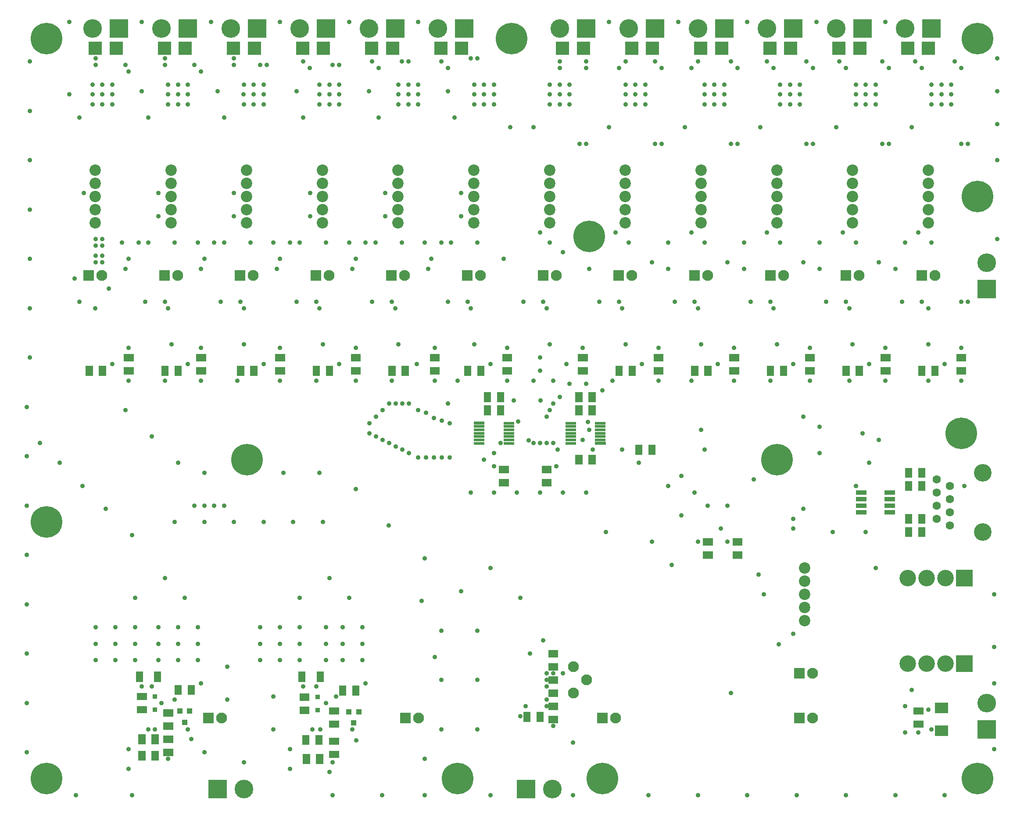
<source format=gbs>
G04 #@! TF.GenerationSoftware,KiCad,Pcbnew,(5.1.6)-1*
G04 #@! TF.CreationDate,2023-01-22T15:30:42+01:00*
G04 #@! TF.ProjectId,zone-controller,7a6f6e65-2d63-46f6-9e74-726f6c6c6572,rev?*
G04 #@! TF.SameCoordinates,Original*
G04 #@! TF.FileFunction,Soldermask,Bot*
G04 #@! TF.FilePolarity,Negative*
%FSLAX46Y46*%
G04 Gerber Fmt 4.6, Leading zero omitted, Abs format (unit mm)*
G04 Created by KiCad (PCBNEW (5.1.6)-1) date 2023-01-22 15:30:42*
%MOMM*%
%LPD*%
G01*
G04 APERTURE LIST*
%ADD10C,0.900000*%
%ADD11C,6.100000*%
%ADD12C,0.100000*%
%ADD13C,2.200000*%
%ADD14R,2.600000X2.600000*%
%ADD15R,1.400000X2.100000*%
%ADD16R,2.600000X2.100000*%
%ADD17R,2.100000X2.100000*%
%ADD18C,2.100000*%
%ADD19R,3.600000X3.600000*%
%ADD20C,3.600000*%
%ADD21R,2.100000X0.900000*%
%ADD22R,2.100000X0.600000*%
%ADD23R,1.100000X1.100000*%
%ADD24O,3.200000X3.200000*%
%ADD25R,3.200000X3.200000*%
%ADD26C,1.600000*%
%ADD27C,3.400000*%
%ADD28R,0.900000X0.900000*%
G04 APERTURE END LIST*
D10*
X89535000Y-100965000D03*
X57785000Y-100965000D03*
X107950000Y-135890000D03*
X33655000Y-74930000D03*
X37465000Y-78740000D03*
X46355000Y-87630000D03*
X41910000Y-83185000D03*
X51435000Y-92710000D03*
X59690000Y-90170000D03*
X65405000Y-90170000D03*
X71120000Y-90170000D03*
D11*
X34925000Y-90170000D03*
X214630000Y-27305000D03*
X114300000Y-139700000D03*
X211455000Y-73025000D03*
D10*
X184150000Y-71755000D03*
X184150000Y-76835000D03*
X160020000Y-84455000D03*
X171450000Y-81915000D03*
X173355000Y-104140000D03*
X180975000Y-69850000D03*
X180975000Y-87630000D03*
X191135000Y-83185000D03*
X194945000Y-99060000D03*
X193040000Y-92075000D03*
X193675000Y-78740000D03*
X195580000Y-74295000D03*
X192405000Y-73025000D03*
X186690000Y-92075000D03*
X179070000Y-91440000D03*
X179070000Y-89535000D03*
X155575000Y-98425000D03*
X157480000Y-88900000D03*
X157480000Y-81280000D03*
X133604000Y-76200000D03*
X121285000Y-76835000D03*
X121285000Y-79375000D03*
X133350000Y-79375000D03*
X130175000Y-60960000D03*
X130175000Y-58420000D03*
D12*
G36*
X205675000Y-61910000D02*
G01*
X205675000Y-60010000D01*
X207075000Y-60010000D01*
X207075000Y-61910000D01*
X205675000Y-61910000D01*
G37*
G36*
X203135000Y-61910000D02*
G01*
X203135000Y-60010000D01*
X204535000Y-60010000D01*
X204535000Y-61910000D01*
X203135000Y-61910000D01*
G37*
G36*
X147255000Y-61910000D02*
G01*
X147255000Y-60010000D01*
X148655000Y-60010000D01*
X148655000Y-61910000D01*
X147255000Y-61910000D01*
G37*
G36*
X144715000Y-61910000D02*
G01*
X144715000Y-60010000D01*
X146115000Y-60010000D01*
X146115000Y-61910000D01*
X144715000Y-61910000D01*
G37*
G36*
X88835000Y-61910000D02*
G01*
X88835000Y-60010000D01*
X90235000Y-60010000D01*
X90235000Y-61910000D01*
X88835000Y-61910000D01*
G37*
G36*
X86295000Y-61910000D02*
G01*
X86295000Y-60010000D01*
X87695000Y-60010000D01*
X87695000Y-61910000D01*
X86295000Y-61910000D01*
G37*
G36*
X149925000Y-75250000D02*
G01*
X149925000Y-77150000D01*
X148525000Y-77150000D01*
X148525000Y-75250000D01*
X149925000Y-75250000D01*
G37*
G36*
X152465000Y-75250000D02*
G01*
X152465000Y-77150000D01*
X151065000Y-77150000D01*
X151065000Y-75250000D01*
X152465000Y-75250000D01*
G37*
G36*
X191070000Y-61910000D02*
G01*
X191070000Y-60010000D01*
X192470000Y-60010000D01*
X192470000Y-61910000D01*
X191070000Y-61910000D01*
G37*
G36*
X188530000Y-61910000D02*
G01*
X188530000Y-60010000D01*
X189930000Y-60010000D01*
X189930000Y-61910000D01*
X188530000Y-61910000D01*
G37*
G36*
X74230000Y-61910000D02*
G01*
X74230000Y-60010000D01*
X75630000Y-60010000D01*
X75630000Y-61910000D01*
X74230000Y-61910000D01*
G37*
G36*
X71690000Y-61910000D02*
G01*
X71690000Y-60010000D01*
X73090000Y-60010000D01*
X73090000Y-61910000D01*
X71690000Y-61910000D01*
G37*
G36*
X132395000Y-80710000D02*
G01*
X130495000Y-80710000D01*
X130495000Y-79310000D01*
X132395000Y-79310000D01*
X132395000Y-80710000D01*
G37*
G36*
X132395000Y-83250000D02*
G01*
X130495000Y-83250000D01*
X130495000Y-81850000D01*
X132395000Y-81850000D01*
X132395000Y-83250000D01*
G37*
G36*
X176465000Y-61910000D02*
G01*
X176465000Y-60010000D01*
X177865000Y-60010000D01*
X177865000Y-61910000D01*
X176465000Y-61910000D01*
G37*
G36*
X173925000Y-61910000D02*
G01*
X173925000Y-60010000D01*
X175325000Y-60010000D01*
X175325000Y-61910000D01*
X173925000Y-61910000D01*
G37*
G36*
X118045000Y-61910000D02*
G01*
X118045000Y-60010000D01*
X119445000Y-60010000D01*
X119445000Y-61910000D01*
X118045000Y-61910000D01*
G37*
G36*
X115505000Y-61910000D02*
G01*
X115505000Y-60010000D01*
X116905000Y-60010000D01*
X116905000Y-61910000D01*
X115505000Y-61910000D01*
G37*
G36*
X59625000Y-61910000D02*
G01*
X59625000Y-60010000D01*
X61025000Y-60010000D01*
X61025000Y-61910000D01*
X59625000Y-61910000D01*
G37*
G36*
X57085000Y-61910000D02*
G01*
X57085000Y-60010000D01*
X58485000Y-60010000D01*
X58485000Y-61910000D01*
X57085000Y-61910000D01*
G37*
G36*
X124140000Y-80710000D02*
G01*
X122240000Y-80710000D01*
X122240000Y-79310000D01*
X124140000Y-79310000D01*
X124140000Y-80710000D01*
G37*
G36*
X124140000Y-83250000D02*
G01*
X122240000Y-83250000D01*
X122240000Y-81850000D01*
X124140000Y-81850000D01*
X124140000Y-83250000D01*
G37*
G36*
X161860000Y-61910000D02*
G01*
X161860000Y-60010000D01*
X163260000Y-60010000D01*
X163260000Y-61910000D01*
X161860000Y-61910000D01*
G37*
G36*
X159320000Y-61910000D02*
G01*
X159320000Y-60010000D01*
X160720000Y-60010000D01*
X160720000Y-61910000D01*
X159320000Y-61910000D01*
G37*
G36*
X103440000Y-61910000D02*
G01*
X103440000Y-60010000D01*
X104840000Y-60010000D01*
X104840000Y-61910000D01*
X103440000Y-61910000D01*
G37*
G36*
X100900000Y-61910000D02*
G01*
X100900000Y-60010000D01*
X102300000Y-60010000D01*
X102300000Y-61910000D01*
X100900000Y-61910000D01*
G37*
G36*
X45020000Y-61910000D02*
G01*
X45020000Y-60010000D01*
X46420000Y-60010000D01*
X46420000Y-61910000D01*
X45020000Y-61910000D01*
G37*
G36*
X42480000Y-61910000D02*
G01*
X42480000Y-60010000D01*
X43880000Y-60010000D01*
X43880000Y-61910000D01*
X42480000Y-61910000D01*
G37*
D10*
X112395000Y-67310000D03*
X109855000Y-116205000D03*
X200660000Y-36195000D03*
X184150000Y-36195000D03*
X169545000Y-36195000D03*
X154940000Y-36195000D03*
X132080000Y-36195000D03*
X205740000Y-36195000D03*
X191135000Y-36195000D03*
X176530000Y-36195000D03*
X161925000Y-36195000D03*
X147320000Y-36195000D03*
X39370000Y6350000D03*
X49530000Y-36195000D03*
X64135000Y-36195000D03*
X78740000Y-36195000D03*
X93345000Y-36195000D03*
X93980000Y-41275000D03*
X107950000Y-36195000D03*
X108585000Y-41275000D03*
X130175000Y-34290000D03*
X209550000Y-9525000D03*
X207645000Y-9525000D03*
X205740000Y-9525000D03*
X205740000Y-7620000D03*
X207645000Y-7620000D03*
X209550000Y-7620000D03*
X209550000Y-5715000D03*
X207645000Y-5715000D03*
X205740000Y-5715000D03*
X191135000Y-9525000D03*
X193040000Y-9525000D03*
X194945000Y-9525000D03*
X194945000Y-7620000D03*
X193040000Y-7620000D03*
X191135000Y-7620000D03*
X194945000Y-5715000D03*
X193040000Y-5715000D03*
X191135000Y-5715000D03*
X180340000Y-9525000D03*
X178435000Y-9525000D03*
X176530000Y-9525000D03*
X176530000Y-7620000D03*
X178435000Y-7620000D03*
X180340000Y-7620000D03*
X180340000Y-5715000D03*
X178435000Y-5715000D03*
X176530000Y-5715000D03*
X165735000Y-9525000D03*
X163830000Y-9525000D03*
X161925000Y-9525000D03*
X161925000Y-7620000D03*
X163830000Y-7620000D03*
X165735000Y-7620000D03*
X165735000Y-5715000D03*
X163830000Y-5715000D03*
X161925000Y-5715000D03*
X146685000Y-9525000D03*
X148590000Y-9525000D03*
X150495000Y-9525000D03*
X150495000Y-7620000D03*
X148590000Y-7620000D03*
X146685000Y-7620000D03*
X150495000Y-5715000D03*
X148590000Y-5715000D03*
X146685000Y-5715000D03*
X135890000Y-9525000D03*
X133985000Y-9525000D03*
X132080000Y-9525000D03*
X132080000Y-7620000D03*
X133985000Y-7620000D03*
X135890000Y-7620000D03*
X135890000Y-5715000D03*
X133985000Y-5715000D03*
X132080000Y-5715000D03*
X121285000Y-9525000D03*
X119380000Y-9525000D03*
X117475000Y-9525000D03*
X117475000Y-7620000D03*
X119380000Y-7620000D03*
X121285000Y-7620000D03*
X121285000Y-5715000D03*
X119380000Y-5715000D03*
X117475000Y-5715000D03*
X106680000Y-9525000D03*
X104775000Y-9525000D03*
X102870000Y-9525000D03*
X106680000Y-7620000D03*
X104775000Y-7620000D03*
X102870000Y-7620000D03*
X106680000Y-5715000D03*
X104775000Y-5715000D03*
X102870000Y-5715000D03*
X91440000Y-9525000D03*
X89535000Y-9525000D03*
X87630000Y-9525000D03*
X87630000Y-7620000D03*
X89535000Y-7620000D03*
X91440000Y-7620000D03*
X91440000Y-5715000D03*
X89535000Y-5715000D03*
X87630000Y-5715000D03*
X73025000Y-9525000D03*
X74930000Y-9525000D03*
X76835000Y-9525000D03*
X76835000Y-7620000D03*
X74930000Y-7620000D03*
X72957000Y-7620000D03*
X76835000Y-5715000D03*
X74930000Y-5715000D03*
X73025000Y-5715000D03*
X58420000Y-9525000D03*
X58420000Y-7620000D03*
X60325000Y-7620000D03*
X60325000Y-9525000D03*
X62230000Y-9525000D03*
X62230000Y-7620000D03*
X62230000Y-5715000D03*
X60325000Y-5715000D03*
X58420000Y-5715000D03*
X45720000Y-9525000D03*
X45720000Y-5715000D03*
X45720000Y-7620000D03*
X47625000Y-7620000D03*
X47625000Y-9525000D03*
X43815000Y-9525000D03*
X43815000Y-7620000D03*
X47625000Y-5715000D03*
X43815000Y-5715000D03*
X44450000Y-116840000D03*
X48260000Y-116840000D03*
X52070000Y-116840000D03*
X52070000Y-113665000D03*
X48260000Y-113665000D03*
X44450000Y-113665000D03*
X44450000Y-110490000D03*
X48260000Y-110490000D03*
X52070000Y-110490000D03*
X60325000Y-113665000D03*
X56515000Y-113665000D03*
X56515000Y-116840000D03*
X60325000Y-116840000D03*
X64135000Y-116840000D03*
X64135000Y-113665000D03*
X64135000Y-110490000D03*
X60325000Y-110490000D03*
X56515000Y-110490000D03*
X88265000Y-90170000D03*
X82550000Y-90170000D03*
X76835000Y-90170000D03*
X78740000Y-123825000D03*
X78740000Y-130175000D03*
X83820000Y-116840000D03*
X83820000Y-113665000D03*
X80010000Y-113665000D03*
X80010000Y-116840000D03*
X76200000Y-116840000D03*
X76200000Y-113665000D03*
X76200000Y-110490000D03*
X80010000Y-110490000D03*
X83820000Y-110490000D03*
X92075000Y-110490000D03*
X95885000Y-113665000D03*
X88900000Y-113665000D03*
X92075000Y-113665000D03*
X92075000Y-116840000D03*
X95885000Y-116840000D03*
X95885000Y-110490000D03*
X88900000Y-110490000D03*
X88900000Y-116840000D03*
X107315000Y-105410000D03*
X111125000Y-111125000D03*
X111125000Y-120650000D03*
X111125000Y-130175000D03*
X107950000Y-142875000D03*
X99695000Y-142875000D03*
X90170000Y-142875000D03*
X217805000Y-104140000D03*
X217805000Y-114300000D03*
X217805000Y-121285000D03*
X217805000Y-133985000D03*
X55245000Y-73660000D03*
X60325000Y-78740000D03*
X65405000Y-80645000D03*
X80645000Y-80645000D03*
X87630000Y-80645000D03*
X94615000Y-83820000D03*
X100965000Y-90805000D03*
X107950000Y-97155000D03*
X114935000Y-103505000D03*
X50165000Y-68580000D03*
X118110000Y-111125000D03*
X118110000Y-120650000D03*
X118110000Y-130175000D03*
X136525000Y-142875000D03*
X120650000Y-142875000D03*
X151130000Y-142875000D03*
X160655000Y-142875000D03*
X170180000Y-142875000D03*
X179705000Y-142875000D03*
X189230000Y-142875000D03*
X198755000Y-142875000D03*
X208280000Y-142875000D03*
X51435000Y-142875000D03*
X40640000Y-142875000D03*
X31115000Y-134620000D03*
X31115000Y-125095000D03*
X31115000Y-115570000D03*
X31115000Y-106045000D03*
X31115000Y-96520000D03*
X31115000Y-86995000D03*
X31115000Y-77470000D03*
X31115000Y-67945000D03*
X31750000Y-58420000D03*
X118110000Y-36195000D03*
X103505000Y-36195000D03*
X88900000Y-36195000D03*
X74295000Y-36195000D03*
X59690000Y-36195000D03*
X218440000Y-35560000D03*
X218440000Y-13335000D03*
X218440000Y-20320000D03*
X218440000Y-6985000D03*
X218440000Y-635000D03*
X196850000Y6350000D03*
X183515000Y6350000D03*
X170180000Y6350000D03*
X156845000Y6350000D03*
X143510000Y6350000D03*
X31750000Y-1270000D03*
X31750000Y-10795000D03*
X106680000Y6350000D03*
X93345000Y6350000D03*
X80010000Y6350000D03*
X66675000Y6350000D03*
X53340000Y6350000D03*
X31750000Y-48895000D03*
X31750000Y-39370000D03*
X31750000Y-29845000D03*
X31750000Y-20320000D03*
X166370000Y-86995000D03*
X120650000Y-99060000D03*
X126365000Y-104775000D03*
X179070000Y-111760000D03*
X137795000Y-17145000D03*
X211455000Y-17145000D03*
X203200000Y-34290000D03*
X188595000Y-34290000D03*
X173990000Y-34290000D03*
X197485000Y-17145000D03*
X182880000Y-17145000D03*
X168275000Y-17145000D03*
X144780000Y-34290000D03*
X159385000Y-34290000D03*
X153670000Y-17145000D03*
X139065000Y-17145000D03*
X196215000Y-17145000D03*
X158115000Y-13970000D03*
X167005000Y-17145000D03*
X151765000Y-40005000D03*
X139700000Y-41275000D03*
X123190000Y-39370000D03*
D13*
X44323000Y-22225000D03*
X44323000Y-32385000D03*
X44323000Y-27305000D03*
X44323000Y-29845000D03*
X44323000Y-24765000D03*
X58939540Y-22225000D03*
X58939540Y-32385000D03*
X58939540Y-27305000D03*
X58939540Y-29845000D03*
X58939540Y-24765000D03*
D11*
X142240000Y-139700000D03*
D10*
X197485000Y-2540000D03*
X196215000Y-1270000D03*
X189230000Y-2540000D03*
X187960000Y-1270000D03*
X203835000Y-2540000D03*
X202565000Y-1270000D03*
X211455000Y-2540000D03*
X210185000Y-1270000D03*
X175260000Y-2540000D03*
X173990000Y-1270000D03*
X182880000Y-2540000D03*
X181610000Y-1270000D03*
X159385000Y-2540000D03*
X160655000Y-1270000D03*
X168275000Y-2540000D03*
X167005000Y-1270000D03*
X145415000Y-2540000D03*
X146685000Y-1270000D03*
X153670000Y-2540000D03*
X152400000Y-1270000D03*
X139065000Y-2540000D03*
X139065000Y-1270000D03*
X133985000Y-2540000D03*
X133985000Y-1270000D03*
X112395000Y-2540000D03*
X111125000Y-1270000D03*
X118110000Y-635000D03*
X116840000Y-635000D03*
X104775000Y-1270000D03*
X103505000Y-1270000D03*
X99060000Y-2540000D03*
X97790000Y-1270000D03*
X91440000Y-1905000D03*
X90170000Y-1905000D03*
X85725000Y-2540000D03*
X84455000Y-1270000D03*
X77470000Y-1905000D03*
X76200000Y-1905000D03*
X71120000Y-1905000D03*
X71120000Y-635000D03*
X57785000Y-1905000D03*
X57785000Y-635000D03*
X64770000Y-3175000D03*
X63500000Y-1905000D03*
X50800000Y-3175000D03*
X50165000Y-1905000D03*
X44450000Y-1905000D03*
X44450000Y-635000D03*
D14*
X44355000Y1270000D03*
X48355000Y1270000D03*
D11*
X124714000Y3175000D03*
X139700000Y-35052000D03*
X175895000Y-78105000D03*
X73660000Y-78105000D03*
X34925000Y-139700000D03*
X214630000Y-139700000D03*
X214630000Y3175000D03*
X34925000Y3175000D03*
D13*
X146638818Y-22225000D03*
X146638818Y-32385000D03*
X146638818Y-27305000D03*
X146638818Y-29845000D03*
X146638818Y-24765000D03*
X117405727Y-22225000D03*
X117405727Y-32385000D03*
X117405727Y-27305000D03*
X117405727Y-29845000D03*
X117405727Y-24765000D03*
X132022273Y-22225000D03*
X132022273Y-32385000D03*
X132022273Y-27305000D03*
X132022273Y-29845000D03*
X132022273Y-24765000D03*
X205105000Y-22225000D03*
X205105000Y-32385000D03*
X205105000Y-27305000D03*
X205105000Y-29845000D03*
X205105000Y-24765000D03*
X190488455Y-22225000D03*
X190488455Y-32385000D03*
X190488455Y-27305000D03*
X190488455Y-29845000D03*
X190488455Y-24765000D03*
X175871909Y-22225000D03*
X175871909Y-32385000D03*
X175871909Y-27305000D03*
X175871909Y-29845000D03*
X175871909Y-24765000D03*
X161255364Y-22225000D03*
X161255364Y-32385000D03*
X161255364Y-27305000D03*
X161255364Y-29845000D03*
X161255364Y-24765000D03*
X102789182Y-22225000D03*
X102789182Y-32385000D03*
X102789182Y-27305000D03*
X102789182Y-29845000D03*
X102789182Y-24765000D03*
X88172636Y-22225000D03*
X88172636Y-32385000D03*
X88172636Y-27305000D03*
X88172636Y-29845000D03*
X88172636Y-24765000D03*
X73556091Y-22225000D03*
X73556091Y-32385000D03*
X73556091Y-27305000D03*
X73556091Y-29845000D03*
X73556091Y-24765000D03*
X181229000Y-99060000D03*
X181229000Y-109220000D03*
X181229000Y-104140000D03*
X181229000Y-106680000D03*
X181229000Y-101600000D03*
D15*
X52860000Y-120015000D03*
X56360000Y-120015000D03*
X84229000Y-120015000D03*
X87729000Y-120015000D03*
D12*
G36*
X61025000Y-121605000D02*
G01*
X61025000Y-123505000D01*
X59625000Y-123505000D01*
X59625000Y-121605000D01*
X61025000Y-121605000D01*
G37*
G36*
X63565000Y-121605000D02*
G01*
X63565000Y-123505000D01*
X62165000Y-123505000D01*
X62165000Y-121605000D01*
X63565000Y-121605000D01*
G37*
D16*
X207645000Y-130470000D03*
X207645000Y-126070000D03*
D17*
X43053000Y-42545000D03*
D18*
X45593000Y-42545000D03*
D10*
X83820000Y-104775000D03*
X52070000Y-104775000D03*
D14*
X201105000Y1270000D03*
X205105000Y1270000D03*
D19*
X205740000Y5080000D03*
D20*
X200660000Y5080000D03*
D19*
X192405000Y5080000D03*
D20*
X187325000Y5080000D03*
D19*
X179070000Y5080000D03*
D20*
X173990000Y5080000D03*
D19*
X165735000Y5080000D03*
D20*
X160655000Y5080000D03*
D19*
X152400000Y5080000D03*
D20*
X147320000Y5080000D03*
D19*
X139065000Y5080000D03*
D20*
X133985000Y5080000D03*
D19*
X115570000Y5080000D03*
D20*
X110490000Y5080000D03*
D19*
X102235000Y5080000D03*
D20*
X97155000Y5080000D03*
D19*
X88900000Y5080000D03*
D20*
X83820000Y5080000D03*
D19*
X75565000Y5080000D03*
D20*
X70485000Y5080000D03*
D19*
X62230000Y5080000D03*
D20*
X57150000Y5080000D03*
D19*
X216408000Y-45212000D03*
D20*
X216408000Y-40132000D03*
D19*
X216408000Y-130175000D03*
D20*
X216408000Y-125095000D03*
D19*
X48895000Y5080000D03*
D20*
X43815000Y5080000D03*
D19*
X127508000Y-141732000D03*
D20*
X132588000Y-141732000D03*
D19*
X67945000Y-141732000D03*
D20*
X73025000Y-141732000D03*
D21*
X197705000Y-85725000D03*
X192185000Y-86995000D03*
X192185000Y-85725000D03*
X197705000Y-84455000D03*
X192185000Y-88265000D03*
X192185000Y-84455000D03*
X197705000Y-86995000D03*
X197705000Y-88265000D03*
D22*
X118422500Y-72375000D03*
D12*
G36*
X117372500Y-71375000D02*
G01*
X117372500Y-70775000D01*
X119472500Y-70775000D01*
X119472500Y-71375000D01*
X117372500Y-71375000D01*
G37*
D22*
X124147500Y-73025000D03*
X118422500Y-71725000D03*
X118422500Y-73675000D03*
X124147500Y-73675000D03*
X124147500Y-71725000D03*
X118422500Y-74975000D03*
X118422500Y-74325000D03*
X118422500Y-73025000D03*
X124147500Y-72375000D03*
X124147500Y-74325000D03*
X124147500Y-71075000D03*
X124147500Y-74975000D03*
X141800500Y-73675000D03*
D12*
G36*
X142850500Y-74675000D02*
G01*
X142850500Y-75275000D01*
X140750500Y-75275000D01*
X140750500Y-74675000D01*
X142850500Y-74675000D01*
G37*
D22*
X136075500Y-73025000D03*
X141800500Y-74325000D03*
X141800500Y-72375000D03*
X136075500Y-72375000D03*
X136075500Y-74325000D03*
X141800500Y-71075000D03*
X141800500Y-71725000D03*
X141800500Y-73025000D03*
X136075500Y-73675000D03*
X136075500Y-71725000D03*
X136075500Y-74975000D03*
X136075500Y-71075000D03*
D10*
X93345000Y-104775000D03*
X84455000Y-121920000D03*
X86995000Y-121920000D03*
X96520000Y-121285000D03*
X90805000Y-123825000D03*
X88900000Y-125095000D03*
X86233000Y-130175000D03*
X87757000Y-130175000D03*
X93980000Y-130175000D03*
X94742000Y-132334000D03*
X90170000Y-136525000D03*
X89535000Y-138430000D03*
X81915000Y-133985000D03*
X81915000Y-137795000D03*
X61595000Y-104775000D03*
X53340000Y-121920000D03*
X55245000Y-121920000D03*
X59690000Y-124460000D03*
X64770000Y-121285000D03*
X57150000Y-125095000D03*
X62230000Y-130175000D03*
X62865000Y-132080000D03*
X58420000Y-135890000D03*
X50800000Y-133985000D03*
X50800000Y-137795000D03*
X69850000Y-124460000D03*
X65405000Y-134620000D03*
X73025000Y-136525000D03*
X69850000Y-118110000D03*
X149225000Y-78740000D03*
X63500000Y-86995000D03*
X69215000Y-86995000D03*
X67310000Y-86995000D03*
X65405000Y-86995000D03*
X44450000Y-40005000D03*
X45720000Y-40005000D03*
X44450000Y-36830000D03*
X45720000Y-36830000D03*
X45720000Y-38735000D03*
X45720000Y-35560000D03*
X46990000Y-45085000D03*
X42164000Y-26670000D03*
X41275000Y-47625000D03*
X40386000Y-43180000D03*
X161925000Y-76200000D03*
X146050000Y-76200000D03*
X162560000Y-86995000D03*
X165100000Y-91440000D03*
X212090000Y-83185000D03*
X167005000Y-123190000D03*
X154940000Y-83185000D03*
X161290000Y-72390000D03*
X151765000Y-93980000D03*
X151765000Y-93980000D03*
X139065000Y-63500000D03*
X135890000Y-63500000D03*
X142875000Y-92075000D03*
X200660000Y-125730000D03*
X201930000Y-122555000D03*
X140335000Y-76200000D03*
X44450000Y-35560000D03*
X44450000Y-38735000D03*
X41275000Y-12065000D03*
X198755000Y-41275000D03*
X184150000Y-41275000D03*
X169545000Y-41275000D03*
X154940000Y-41275000D03*
X113030000Y-36195000D03*
X114935000Y-31115000D03*
X114935000Y-26670000D03*
X113665000Y-12065000D03*
X96520000Y-36195000D03*
X100330000Y-31115000D03*
X100330000Y-26670000D03*
X99060000Y-12065000D03*
X83820000Y-36195000D03*
X85852000Y-31115000D03*
X85852000Y-26670000D03*
X84455000Y-12065000D03*
X69215000Y-12065000D03*
X69215000Y-36195000D03*
X71120000Y-31115000D03*
X71120000Y-26670000D03*
X54610000Y-12065000D03*
X50165000Y-41275000D03*
X56515000Y-31115000D03*
X56515000Y-26670000D03*
X176276000Y-113792000D03*
X203200000Y-130810000D03*
X200660000Y-130810000D03*
X205105000Y-126365000D03*
X205740000Y-130175000D03*
X172339000Y-100330000D03*
X166370000Y-93980000D03*
X160655000Y-93980000D03*
X139065000Y-84455000D03*
X134620000Y-84455000D03*
X130175000Y-84455000D03*
X125730000Y-84455000D03*
X121285000Y-84455000D03*
X116840000Y-84455000D03*
X47625000Y-59690000D03*
X62230000Y-59690000D03*
X76835000Y-59690000D03*
X91440000Y-59690000D03*
X106680000Y-68580000D03*
X108204000Y-69088000D03*
X109728000Y-70104000D03*
X111252000Y-70612000D03*
X106680000Y-77724000D03*
X108204000Y-77724000D03*
X109728000Y-77724000D03*
X111252000Y-77724000D03*
X112776000Y-71120000D03*
X112776000Y-77724000D03*
X106426000Y-59690000D03*
X135255000Y-59690000D03*
X120650000Y-59690000D03*
X208280000Y-59690000D03*
X193675000Y-59690000D03*
X179070000Y-59690000D03*
X164465000Y-59690000D03*
X149860000Y-59690000D03*
X119380000Y-78105000D03*
X120015000Y-68580000D03*
X122555000Y-68580000D03*
X142240000Y-64770000D03*
X139446000Y-70866000D03*
X138430000Y-74295000D03*
X139700000Y-72390000D03*
X125095000Y-66675000D03*
X125984000Y-70739000D03*
X133985000Y-66040000D03*
X132715000Y-67310000D03*
X132080000Y-68580000D03*
X131445000Y-69850000D03*
X130302000Y-66675000D03*
X128016000Y-74422000D03*
X128905000Y-74930000D03*
X130175000Y-74930000D03*
X132715000Y-74930000D03*
X131445000Y-74930000D03*
X122555000Y-74930000D03*
X205105000Y-55880000D03*
X211455000Y-62865000D03*
X205105000Y-62865000D03*
X211455000Y-56515000D03*
X196850000Y-56515000D03*
X182245000Y-56515000D03*
X189865000Y-62865000D03*
X174625000Y-62865000D03*
X190500000Y-55880000D03*
X175895000Y-55880000D03*
X196850000Y-62865000D03*
X182245000Y-62865000D03*
X167640000Y-56515000D03*
X153035000Y-56515000D03*
X161290000Y-55880000D03*
X146685000Y-55880000D03*
X144145000Y-62865000D03*
X159385000Y-62865000D03*
X167640000Y-62865000D03*
X153035000Y-62865000D03*
X138430000Y-56515000D03*
X123825000Y-56515000D03*
X132080000Y-55880000D03*
X117475000Y-55880000D03*
X128905000Y-62865000D03*
X114300000Y-62865000D03*
X132715000Y-62865000D03*
X123825000Y-62865000D03*
X109855000Y-56515000D03*
X109855000Y-62865000D03*
X102870000Y-55880000D03*
X101600000Y-62865000D03*
X94615000Y-62865000D03*
X88265000Y-55880000D03*
X86995000Y-62865000D03*
X94615000Y-56515000D03*
X80010000Y-56515000D03*
X71755000Y-62865000D03*
X57785000Y-62865000D03*
X80010000Y-62865000D03*
X73025000Y-55880000D03*
X59055000Y-55880000D03*
X64770000Y-56515000D03*
X64770000Y-62865000D03*
X50800000Y-62865000D03*
X50800000Y-56515000D03*
X104902000Y-67310000D03*
X103632000Y-67310000D03*
X102362000Y-67310000D03*
X101092000Y-67310000D03*
X99822000Y-68580000D03*
X98552000Y-69850000D03*
X97282000Y-71120000D03*
X97282000Y-73025000D03*
X98552000Y-73660000D03*
X99822000Y-74295000D03*
X101092000Y-74930000D03*
X102362000Y-75565000D03*
X103632000Y-76200000D03*
X104902000Y-76835000D03*
X54610000Y-36195000D03*
X131445000Y-121920000D03*
X131445000Y-119380000D03*
X131445000Y-120650000D03*
X136525000Y-132715000D03*
X132715000Y-119380000D03*
X130810000Y-113030000D03*
X134620000Y-119380000D03*
X131445000Y-125730000D03*
X128270000Y-115570000D03*
X132715000Y-129540000D03*
X127381000Y-125730000D03*
X126365000Y-127635000D03*
X131445000Y-124460000D03*
X212725000Y-47625000D03*
X205105000Y-48895000D03*
X211455000Y-47625000D03*
X203835000Y-47625000D03*
X200025000Y-47625000D03*
X201930000Y-13970000D03*
X212725000Y-17145000D03*
X189865000Y-48895000D03*
X195580000Y-40005000D03*
X189230000Y-47625000D03*
X185420000Y-47625000D03*
X181610000Y-17145000D03*
X187325000Y-13970000D03*
X172720000Y-13970000D03*
X175260000Y-48895000D03*
X160655000Y-48895000D03*
X146050000Y-48895000D03*
X131445000Y-48895000D03*
X180975000Y-40005000D03*
X174625000Y-47625000D03*
X170815000Y-47625000D03*
X166370000Y-40005000D03*
X160020000Y-47625000D03*
X156210000Y-47625000D03*
X145415000Y-47625000D03*
X141605000Y-47625000D03*
X134620000Y-38100000D03*
X130810000Y-47625000D03*
X127000000Y-47625000D03*
X152400000Y-17145000D03*
X143510000Y-13970000D03*
X128905000Y-13970000D03*
X124460000Y-13970000D03*
X116840000Y-48895000D03*
X116205000Y-47625000D03*
X112395000Y-47625000D03*
X112395000Y-6985000D03*
X97155000Y-6985000D03*
X111125000Y-36195000D03*
X109220000Y-39370000D03*
X102235000Y-48895000D03*
X101600000Y-47625000D03*
X97790000Y-47625000D03*
X98425000Y-36195000D03*
X94615000Y-39370000D03*
X87630000Y-48895000D03*
X86995000Y-47625000D03*
X83185000Y-47625000D03*
X83185000Y-6985000D03*
X81915000Y-36195000D03*
X80010000Y-39370000D03*
X79375000Y-41275000D03*
X73025000Y-48895000D03*
X72390000Y-47625000D03*
X68580000Y-47625000D03*
X67945000Y-6985000D03*
X67310000Y-36195000D03*
X64770000Y-41275000D03*
X58420000Y-48895000D03*
X57785000Y-47625000D03*
X53975000Y-47625000D03*
X65405000Y-39370000D03*
X50800000Y-39370000D03*
X52705000Y-36195000D03*
X53340000Y-6985000D03*
X44323000Y-48895000D03*
X39370000Y-7620000D03*
X54610000Y-130175000D03*
X55880000Y-130175000D03*
D12*
G36*
X163510000Y-94680000D02*
G01*
X161610000Y-94680000D01*
X161610000Y-93280000D01*
X163510000Y-93280000D01*
X163510000Y-94680000D01*
G37*
G36*
X163510000Y-97220000D02*
G01*
X161610000Y-97220000D01*
X161610000Y-95820000D01*
X163510000Y-95820000D01*
X163510000Y-97220000D01*
G37*
G36*
X169225000Y-94680000D02*
G01*
X167325000Y-94680000D01*
X167325000Y-93280000D01*
X169225000Y-93280000D01*
X169225000Y-94680000D01*
G37*
G36*
X169225000Y-97220000D02*
G01*
X167325000Y-97220000D01*
X167325000Y-95820000D01*
X169225000Y-95820000D01*
X169225000Y-97220000D01*
G37*
G36*
X92775000Y-121732000D02*
G01*
X92775000Y-123632000D01*
X91375000Y-123632000D01*
X91375000Y-121732000D01*
X92775000Y-121732000D01*
G37*
G36*
X95315000Y-121732000D02*
G01*
X95315000Y-123632000D01*
X93915000Y-123632000D01*
X93915000Y-121732000D01*
X95315000Y-121732000D01*
G37*
G36*
X201995000Y-91125000D02*
G01*
X201995000Y-93025000D01*
X200595000Y-93025000D01*
X200595000Y-91125000D01*
X201995000Y-91125000D01*
G37*
G36*
X204535000Y-91125000D02*
G01*
X204535000Y-93025000D01*
X203135000Y-93025000D01*
X203135000Y-91125000D01*
X204535000Y-91125000D01*
G37*
G36*
X201995000Y-88585000D02*
G01*
X201995000Y-90485000D01*
X200595000Y-90485000D01*
X200595000Y-88585000D01*
X201995000Y-88585000D01*
G37*
G36*
X204535000Y-88585000D02*
G01*
X204535000Y-90485000D01*
X203135000Y-90485000D01*
X203135000Y-88585000D01*
X204535000Y-88585000D01*
G37*
G36*
X201995000Y-82235000D02*
G01*
X201995000Y-84135000D01*
X200595000Y-84135000D01*
X200595000Y-82235000D01*
X201995000Y-82235000D01*
G37*
G36*
X204535000Y-82235000D02*
G01*
X204535000Y-84135000D01*
X203135000Y-84135000D01*
X203135000Y-82235000D01*
X204535000Y-82235000D01*
G37*
G36*
X201995000Y-79695000D02*
G01*
X201995000Y-81595000D01*
X200595000Y-81595000D01*
X200595000Y-79695000D01*
X201995000Y-79695000D01*
G37*
G36*
X204535000Y-79695000D02*
G01*
X204535000Y-81595000D01*
X203135000Y-81595000D01*
X203135000Y-79695000D01*
X204535000Y-79695000D01*
G37*
G36*
X83759000Y-125792000D02*
G01*
X85659000Y-125792000D01*
X85659000Y-127192000D01*
X83759000Y-127192000D01*
X83759000Y-125792000D01*
G37*
G36*
X83759000Y-123252000D02*
G01*
X85659000Y-123252000D01*
X85659000Y-124652000D01*
X83759000Y-124652000D01*
X83759000Y-123252000D01*
G37*
G36*
X86930000Y-136840000D02*
G01*
X86930000Y-134940000D01*
X88330000Y-134940000D01*
X88330000Y-136840000D01*
X86930000Y-136840000D01*
G37*
G36*
X84390000Y-136840000D02*
G01*
X84390000Y-134940000D01*
X85790000Y-134940000D01*
X85790000Y-136840000D01*
X84390000Y-136840000D01*
G37*
G36*
X91374000Y-133161000D02*
G01*
X89474000Y-133161000D01*
X89474000Y-131761000D01*
X91374000Y-131761000D01*
X91374000Y-133161000D01*
G37*
G36*
X91374000Y-135701000D02*
G01*
X89474000Y-135701000D01*
X89474000Y-134301000D01*
X91374000Y-134301000D01*
X91374000Y-135701000D01*
G37*
G36*
X86803000Y-133157000D02*
G01*
X86803000Y-131257000D01*
X88203000Y-131257000D01*
X88203000Y-133157000D01*
X86803000Y-133157000D01*
G37*
G36*
X84263000Y-133157000D02*
G01*
X84263000Y-131257000D01*
X85663000Y-131257000D01*
X85663000Y-133157000D01*
X84263000Y-133157000D01*
G37*
G36*
X138368000Y-77155000D02*
G01*
X138368000Y-79055000D01*
X136968000Y-79055000D01*
X136968000Y-77155000D01*
X138368000Y-77155000D01*
G37*
G36*
X140908000Y-77155000D02*
G01*
X140908000Y-79055000D01*
X139508000Y-79055000D01*
X139508000Y-77155000D01*
X140908000Y-77155000D01*
G37*
G36*
X52390000Y-125665000D02*
G01*
X54290000Y-125665000D01*
X54290000Y-127065000D01*
X52390000Y-127065000D01*
X52390000Y-125665000D01*
G37*
G36*
X52390000Y-123125000D02*
G01*
X54290000Y-123125000D01*
X54290000Y-124525000D01*
X52390000Y-124525000D01*
X52390000Y-123125000D01*
G37*
G36*
X55180000Y-136205000D02*
G01*
X55180000Y-134305000D01*
X56580000Y-134305000D01*
X56580000Y-136205000D01*
X55180000Y-136205000D01*
G37*
G36*
X52640000Y-136205000D02*
G01*
X52640000Y-134305000D01*
X54040000Y-134305000D01*
X54040000Y-136205000D01*
X52640000Y-136205000D01*
G37*
G36*
X204150000Y-127319000D02*
G01*
X202250000Y-127319000D01*
X202250000Y-125919000D01*
X204150000Y-125919000D01*
X204150000Y-127319000D01*
G37*
G36*
X204150000Y-129859000D02*
G01*
X202250000Y-129859000D01*
X202250000Y-128459000D01*
X204150000Y-128459000D01*
X204150000Y-129859000D01*
G37*
G36*
X59370000Y-132780000D02*
G01*
X57470000Y-132780000D01*
X57470000Y-131380000D01*
X59370000Y-131380000D01*
X59370000Y-132780000D01*
G37*
G36*
X59370000Y-135320000D02*
G01*
X57470000Y-135320000D01*
X57470000Y-133920000D01*
X59370000Y-133920000D01*
X59370000Y-135320000D01*
G37*
G36*
X55180000Y-133030000D02*
G01*
X55180000Y-131130000D01*
X56580000Y-131130000D01*
X56580000Y-133030000D01*
X55180000Y-133030000D01*
G37*
G36*
X52640000Y-133030000D02*
G01*
X52640000Y-131130000D01*
X54040000Y-131130000D01*
X54040000Y-133030000D01*
X52640000Y-133030000D01*
G37*
D18*
X139141200Y-120650000D03*
X136588500Y-123190000D03*
X136588500Y-118110000D03*
D12*
G36*
X133665000Y-121350000D02*
G01*
X131765000Y-121350000D01*
X131765000Y-119950000D01*
X133665000Y-119950000D01*
X133665000Y-121350000D01*
G37*
G36*
X133665000Y-123890000D02*
G01*
X131765000Y-123890000D01*
X131765000Y-122490000D01*
X133665000Y-122490000D01*
X133665000Y-123890000D01*
G37*
G36*
X131765000Y-127570000D02*
G01*
X133665000Y-127570000D01*
X133665000Y-128970000D01*
X131765000Y-128970000D01*
X131765000Y-127570000D01*
G37*
G36*
X131765000Y-125030000D02*
G01*
X133665000Y-125030000D01*
X133665000Y-126430000D01*
X131765000Y-126430000D01*
X131765000Y-125030000D01*
G37*
G36*
X129475000Y-128712000D02*
G01*
X129475000Y-126812000D01*
X130875000Y-126812000D01*
X130875000Y-128712000D01*
X129475000Y-128712000D01*
G37*
G36*
X126935000Y-128712000D02*
G01*
X126935000Y-126812000D01*
X128335000Y-126812000D01*
X128335000Y-128712000D01*
X126935000Y-128712000D01*
G37*
D23*
X94234000Y-128962000D03*
X95184000Y-126762000D03*
X93284000Y-126762000D03*
X61595000Y-128835000D03*
X62545000Y-126635000D03*
X60645000Y-126635000D03*
D24*
X201170000Y-117475000D03*
X204810000Y-117475000D03*
D25*
X212090000Y-117475000D03*
D24*
X208450000Y-117475000D03*
D26*
X209296000Y-88264000D03*
X206756000Y-81914000D03*
D27*
X215646000Y-92076000D03*
D26*
X209296000Y-83184000D03*
X206756000Y-89534000D03*
X209296000Y-85724000D03*
X206756000Y-86994000D03*
X206756000Y-84454000D03*
X209296000Y-90804000D03*
D27*
X215646000Y-80644000D03*
D24*
X201170000Y-100965000D03*
X204810000Y-100965000D03*
D25*
X212090000Y-100965000D03*
D24*
X208450000Y-100965000D03*
D17*
X104194000Y-128000000D03*
D18*
X106734000Y-128000000D03*
D28*
X87249000Y-126492000D03*
X87249000Y-123952000D03*
D17*
X66194000Y-128000000D03*
D18*
X68734000Y-128000000D03*
D17*
X180194000Y-119380000D03*
D18*
X182734000Y-119380000D03*
D28*
X55880000Y-126365000D03*
X55880000Y-123825000D03*
D17*
X180194000Y-128000000D03*
D18*
X182734000Y-128000000D03*
D17*
X203835000Y-42545000D03*
D18*
X206375000Y-42545000D03*
D17*
X189218455Y-42545000D03*
D18*
X191758455Y-42545000D03*
D17*
X174601909Y-42545000D03*
D18*
X177141909Y-42545000D03*
D17*
X159985364Y-42545000D03*
D18*
X162525364Y-42545000D03*
D17*
X145368818Y-42545000D03*
D18*
X147908818Y-42545000D03*
D17*
X130752273Y-42545000D03*
D18*
X133292273Y-42545000D03*
D14*
X187865000Y1270000D03*
X191865000Y1270000D03*
X174530000Y1270000D03*
X178530000Y1270000D03*
X161195000Y1270000D03*
X165195000Y1270000D03*
X147860000Y1270000D03*
X151860000Y1270000D03*
X134525000Y1270000D03*
X138525000Y1270000D03*
D17*
X142194000Y-128000000D03*
D18*
X144734000Y-128000000D03*
D17*
X116135727Y-42545000D03*
D18*
X118675727Y-42545000D03*
D17*
X101519182Y-42545000D03*
D18*
X104059182Y-42545000D03*
D17*
X86902636Y-42545000D03*
D18*
X89442636Y-42545000D03*
D17*
X72286091Y-42545000D03*
D18*
X74826091Y-42545000D03*
D17*
X57669540Y-42545000D03*
D18*
X60209540Y-42545000D03*
D14*
X111030000Y1270000D03*
X115030000Y1270000D03*
X97695000Y1270000D03*
X101695000Y1270000D03*
X84360000Y1270000D03*
X88360000Y1270000D03*
X71025000Y1270000D03*
X75025000Y1270000D03*
X57690000Y1270000D03*
X61690000Y1270000D03*
D12*
G36*
X89474000Y-128459000D02*
G01*
X91374000Y-128459000D01*
X91374000Y-129859000D01*
X89474000Y-129859000D01*
X89474000Y-128459000D01*
G37*
G36*
X89474000Y-125919000D02*
G01*
X91374000Y-125919000D01*
X91374000Y-127319000D01*
X89474000Y-127319000D01*
X89474000Y-125919000D01*
G37*
G36*
X139508000Y-69530000D02*
G01*
X139508000Y-67630000D01*
X140908000Y-67630000D01*
X140908000Y-69530000D01*
X139508000Y-69530000D01*
G37*
G36*
X136968000Y-69530000D02*
G01*
X136968000Y-67630000D01*
X138368000Y-67630000D01*
X138368000Y-69530000D01*
X136968000Y-69530000D01*
G37*
G36*
X121855000Y-69530000D02*
G01*
X121855000Y-67630000D01*
X123255000Y-67630000D01*
X123255000Y-69530000D01*
X121855000Y-69530000D01*
G37*
G36*
X119315000Y-69530000D02*
G01*
X119315000Y-67630000D01*
X120715000Y-67630000D01*
X120715000Y-69530000D01*
X119315000Y-69530000D01*
G37*
G36*
X139508000Y-66990000D02*
G01*
X139508000Y-65090000D01*
X140908000Y-65090000D01*
X140908000Y-66990000D01*
X139508000Y-66990000D01*
G37*
G36*
X136968000Y-66990000D02*
G01*
X136968000Y-65090000D01*
X138368000Y-65090000D01*
X138368000Y-66990000D01*
X136968000Y-66990000D01*
G37*
G36*
X121855000Y-66990000D02*
G01*
X121855000Y-65090000D01*
X123255000Y-65090000D01*
X123255000Y-66990000D01*
X121855000Y-66990000D01*
G37*
G36*
X119315000Y-66990000D02*
G01*
X119315000Y-65090000D01*
X120715000Y-65090000D01*
X120715000Y-66990000D01*
X119315000Y-66990000D01*
G37*
G36*
X57470000Y-128840000D02*
G01*
X59370000Y-128840000D01*
X59370000Y-130240000D01*
X57470000Y-130240000D01*
X57470000Y-128840000D01*
G37*
G36*
X57470000Y-126300000D02*
G01*
X59370000Y-126300000D01*
X59370000Y-127700000D01*
X57470000Y-127700000D01*
X57470000Y-126300000D01*
G37*
G36*
X210505000Y-60260000D02*
G01*
X212405000Y-60260000D01*
X212405000Y-61660000D01*
X210505000Y-61660000D01*
X210505000Y-60260000D01*
G37*
G36*
X210505000Y-57720000D02*
G01*
X212405000Y-57720000D01*
X212405000Y-59120000D01*
X210505000Y-59120000D01*
X210505000Y-57720000D01*
G37*
G36*
X152085000Y-60260000D02*
G01*
X153985000Y-60260000D01*
X153985000Y-61660000D01*
X152085000Y-61660000D01*
X152085000Y-60260000D01*
G37*
G36*
X152085000Y-57720000D02*
G01*
X153985000Y-57720000D01*
X153985000Y-59120000D01*
X152085000Y-59120000D01*
X152085000Y-57720000D01*
G37*
G36*
X181295000Y-60260000D02*
G01*
X183195000Y-60260000D01*
X183195000Y-61660000D01*
X181295000Y-61660000D01*
X181295000Y-60260000D01*
G37*
G36*
X181295000Y-57720000D02*
G01*
X183195000Y-57720000D01*
X183195000Y-59120000D01*
X181295000Y-59120000D01*
X181295000Y-57720000D01*
G37*
G36*
X195900000Y-60260000D02*
G01*
X197800000Y-60260000D01*
X197800000Y-61660000D01*
X195900000Y-61660000D01*
X195900000Y-60260000D01*
G37*
G36*
X195900000Y-57720000D02*
G01*
X197800000Y-57720000D01*
X197800000Y-59120000D01*
X195900000Y-59120000D01*
X195900000Y-57720000D01*
G37*
G36*
X166690000Y-60260000D02*
G01*
X168590000Y-60260000D01*
X168590000Y-61660000D01*
X166690000Y-61660000D01*
X166690000Y-60260000D01*
G37*
G36*
X166690000Y-57720000D02*
G01*
X168590000Y-57720000D01*
X168590000Y-59120000D01*
X166690000Y-59120000D01*
X166690000Y-57720000D01*
G37*
G36*
X137480000Y-60260000D02*
G01*
X139380000Y-60260000D01*
X139380000Y-61660000D01*
X137480000Y-61660000D01*
X137480000Y-60260000D01*
G37*
G36*
X137480000Y-57720000D02*
G01*
X139380000Y-57720000D01*
X139380000Y-59120000D01*
X137480000Y-59120000D01*
X137480000Y-57720000D01*
G37*
G36*
X93665000Y-60260000D02*
G01*
X95565000Y-60260000D01*
X95565000Y-61660000D01*
X93665000Y-61660000D01*
X93665000Y-60260000D01*
G37*
G36*
X93665000Y-57720000D02*
G01*
X95565000Y-57720000D01*
X95565000Y-59120000D01*
X93665000Y-59120000D01*
X93665000Y-57720000D01*
G37*
G36*
X63820000Y-60260000D02*
G01*
X65720000Y-60260000D01*
X65720000Y-61660000D01*
X63820000Y-61660000D01*
X63820000Y-60260000D01*
G37*
G36*
X63820000Y-57720000D02*
G01*
X65720000Y-57720000D01*
X65720000Y-59120000D01*
X63820000Y-59120000D01*
X63820000Y-57720000D01*
G37*
G36*
X122875000Y-60260000D02*
G01*
X124775000Y-60260000D01*
X124775000Y-61660000D01*
X122875000Y-61660000D01*
X122875000Y-60260000D01*
G37*
G36*
X122875000Y-57720000D02*
G01*
X124775000Y-57720000D01*
X124775000Y-59120000D01*
X122875000Y-59120000D01*
X122875000Y-57720000D01*
G37*
G36*
X108905000Y-60260000D02*
G01*
X110805000Y-60260000D01*
X110805000Y-61660000D01*
X108905000Y-61660000D01*
X108905000Y-60260000D01*
G37*
G36*
X108905000Y-57720000D02*
G01*
X110805000Y-57720000D01*
X110805000Y-59120000D01*
X108905000Y-59120000D01*
X108905000Y-57720000D01*
G37*
G36*
X79060000Y-60260000D02*
G01*
X80960000Y-60260000D01*
X80960000Y-61660000D01*
X79060000Y-61660000D01*
X79060000Y-60260000D01*
G37*
G36*
X79060000Y-57720000D02*
G01*
X80960000Y-57720000D01*
X80960000Y-59120000D01*
X79060000Y-59120000D01*
X79060000Y-57720000D01*
G37*
G36*
X49850000Y-60260000D02*
G01*
X51750000Y-60260000D01*
X51750000Y-61660000D01*
X49850000Y-61660000D01*
X49850000Y-60260000D01*
G37*
G36*
X49850000Y-57720000D02*
G01*
X51750000Y-57720000D01*
X51750000Y-59120000D01*
X49850000Y-59120000D01*
X49850000Y-57720000D01*
G37*
G36*
X131765000Y-117410000D02*
G01*
X133665000Y-117410000D01*
X133665000Y-118810000D01*
X131765000Y-118810000D01*
X131765000Y-117410000D01*
G37*
G36*
X131765000Y-114870000D02*
G01*
X133665000Y-114870000D01*
X133665000Y-116270000D01*
X131765000Y-116270000D01*
X131765000Y-114870000D01*
G37*
M02*

</source>
